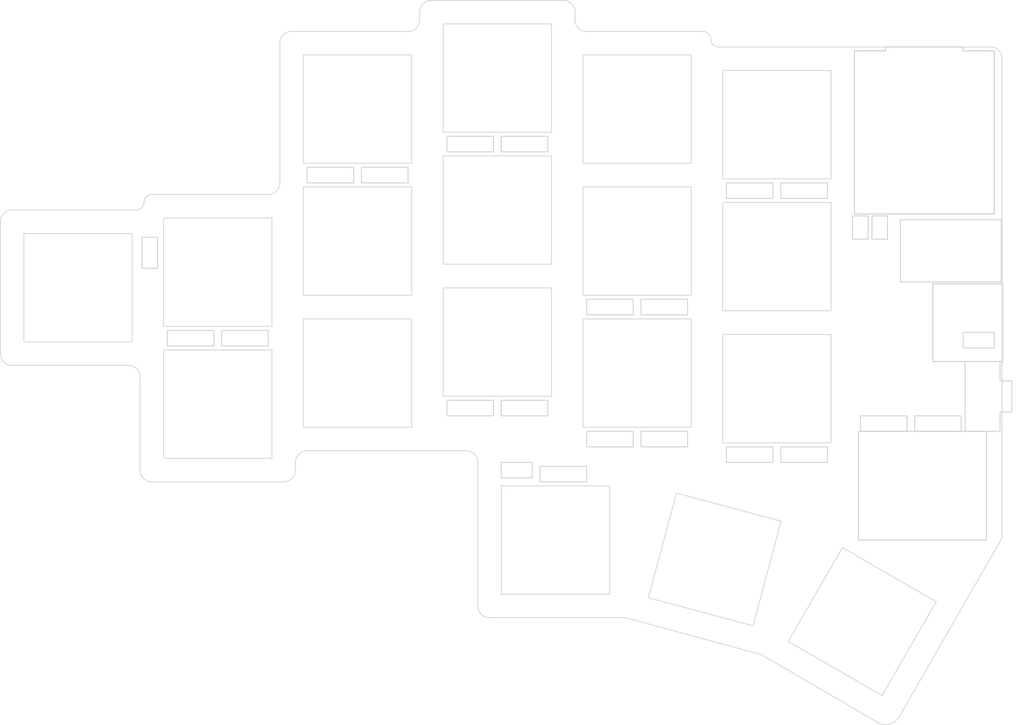
<source format=kicad_pcb>
(kicad_pcb (version 20211014) (generator pcbnew)
  (layers (0 "F.Cu" signal) (31 "B.Cu" signal) (34 "B.Paste" user) (35 "F.Paste" user) (36 "B.SilkS" user "B.Silkscreen") (37 "F.SilkS" user "F.Silkscreen") (38 "B.Mask" user) (39 "F.Mask" user) (44 "Edge.Cuts" user))
  (net 0 "")
  (footprint "picachoc:Cutout_ChocV1" (layer "F.Cu") (at 149.25 66)
    (fp_text reference "SW4")
    (fp_text value "SW_PUSH")
    (fp_rect (start -6.975 -6.975) (end 6.975 6.975) (layer "Edge.Cuts") (width 0.1) (fill none))
  )
  (footprint "picachoc:Cutout_D3_SMD" (layer "F.Cu") (at 98.75 95.5 180)
    (fp_text reference "D6" hide)
    (fp_text value "D_Small" hide)
    (fp_rect (start -3 -1) (end 3 1) (layer "Edge.Cuts") (width 0.12) (fill none))
  )
  (footprint "picachoc:Cutout_D3_SMD" (layer "F.Cu") (at 170.75 110.5 180)
    (fp_text reference "D18" hide)
    (fp_text value "D_Small" hide)
    (fp_rect (start -3 -1) (end 3 1) (layer "Edge.Cuts") (width 0.12) (fill none))
  )
  (footprint "picachoc:Cutout_D3_SMD" (layer "F.Cu") (at 152.75 108.5 180)
    (fp_text reference "D14" hide)
    (fp_text value "D_Small" hide)
    (fp_rect (start -3 -1) (end 3 1) (layer "Edge.Cuts") (width 0.12) (fill none))
  )
  (footprint "picachoc:Cutout_JST_PH_S2B-PH-K_1x02_P2.00mm" (layer "F.Cu") (at 194.25 95.75 180)
    (fp_text reference "BATTCONN3" hide)
    (fp_text value "Conn_01x02_Female" hide)
    (fp_rect (start -1 -1) (end 3 1) (layer "Edge.Cuts") (width 0.12) (fill none))
  )
  (footprint "picachoc:Cutout_xiao" (layer "F.Cu") (at 186.25 69)
    (fp_text reference "U2" hide)
    (fp_text value "xiao-ble" hide)
    (fp_line (start 9 10.5) (end 9 -10.5) (layer "Edge.Cuts") (width 0.12))
    (fp_line (start -9 10.5) (end 9 10.5) (layer "Edge.Cuts") (width 0.12))
    (fp_line (start 5 -10.5) (end 5 -11) (layer "Edge.Cuts") (width 0.12))
    (fp_line (start 5 -11) (end -5 -11) (layer "Edge.Cuts") (width 0.12))
    (fp_line (start -5 -10.5) (end -9 -10.5) (layer "Edge.Cuts") (width 0.12))
    (fp_line (start -9 -10.5) (end -9 10.5) (layer "Edge.Cuts") (width 0.12))
    (fp_line (start -5 -11) (end -5 -10.5) (layer "Edge.Cuts") (width 0.12))
    (fp_line (start 9 -10.5) (end 5 -10.5) (layer "Edge.Cuts") (width 0.12))
  )
  (footprint "picachoc:Cutout_SW_SPDT_PCM12" (layer "F.Cu") (at 194 103 90)
    (fp_text reference "BATTSW1")
    (fp_text value "SW_SPDT")
    (fp_line (start 4.5 2) (end 4.5 -2.5) (layer "Edge.Cuts") (width 0.12))
    (fp_line (start -2 2) (end -2 3.5) (layer "Edge.Cuts") (width 0.12))
    (fp_line (start -4.5 -2.5) (end -4.5 2) (layer "Edge.Cuts") (width 0.12))
    (fp_line (start 2 2) (end 4.5 2) (layer "Edge.Cuts") (width 0.12))
    (fp_line (start 4.5 -2.5) (end -4.5 -2.5) (layer "Edge.Cuts") (width 0.12))
    (fp_line (start -4.5 2) (end -2 2) (layer "Edge.Cuts") (width 0.12))
    (fp_line (start -2 3.5) (end 2 3.5) (layer "Edge.Cuts") (width 0.12))
    (fp_line (start 2 3.5) (end 2 2) (layer "Edge.Cuts") (width 0.12))
  )
  (footprint "picachoc:Cutout_ChocV1" (layer "F.Cu") (at 149.25 83)
    (fp_text reference "SW9")
    (fp_text value "SW_PUSH")
    (fp_rect (start -6.975 -6.975) (end 6.975 6.975) (layer "Edge.Cuts") (width 0.1) (fill none))
  )
  (footprint "picachoc:Cutout_ChocV1" (layer "F.Cu") (at 167.25 102)
    (fp_text reference "SW15")
    (fp_text value "SW_PUSH")
    (fp_rect (start -6.975 -6.975) (end 6.975 6.975) (layer "Edge.Cuts") (width 0.1) (fill none))
  )
  (footprint "picachoc:Cutout_D3_SMD" (layer "F.Cu") (at 109.75 74.5 180)
    (fp_text reference "D2" hide)
    (fp_text value "D_Small" hide)
    (fp_rect (start -3 -1) (end 3 1) (layer "Edge.Cuts") (width 0.12) (fill none))
  )
  (footprint "picachoc:Cutout_JST_PH_S2B-PH-K_1x02_P2.00mm" (layer "F.Cu") (at 86.5 85.5 90)
    (fp_text reference "BATTCONN2" hide)
    (fp_text value "Conn_01x02_Female" hide)
    (fp_rect (start -1 -1) (end 3 1) (layer "Edge.Cuts") (width 0.12) (fill none))
  )
  (footprint "picachoc:Cutout_D3_SMD" (layer "F.Cu") (at 163.75 76.5 180)
    (fp_text reference "D4" hide)
    (fp_text value "D_Small" hide)
    (fp_rect (start -3 -1) (end 3 1) (layer "Edge.Cuts") (width 0.12) (fill none))
  )
  (footprint "picachoc:Cutout_ChocV1" (layer "F.Cu") (at 149.25 100)
    (fp_text reference "SW14")
    (fp_text value "SW_PUSH")
    (fp_rect (start -6.975 -6.975) (end 6.975 6.975) (layer "Edge.Cuts") (width 0.1) (fill none))
  )
  (footprint "picachoc:Cutout_TypeC" (layer "F.Cu") (at 196.335 93.5 90)
    (fp_text reference "USB1")
    (fp_text value "HRO-TYPE-C-31-M-12" hide)
    (fp_rect (start -5 -9) (end 5 0) (layer "Edge.Cuts") (width 0.12) (fill none))
  )
  (footprint "picachoc:Cutout_EC11" (layer "F.Cu") (at 186.25 114.5)
    (fp_text reference "RE1")
    (fp_text value "RotaryEncoder_Switch")
    (fp_rect (start -8.5 -7) (end 8 7) (layer "Edge.Cuts") (width 0.12) (fill none))
  )
  (footprint "picachoc:Cutout_ChocV1" (layer "F.Cu") (at 95.25 104)
    (fp_text reference "SW11")
    (fp_text value "SW_PUSH")
    (fp_rect (start -6.975 -6.975) (end 6.975 6.975) (layer "Edge.Cuts") (width 0.1) (fill none))
  )
  (footprint "picachoc:Cutout_D3_SMD" (layer "F.Cu") (at 127.75 70.5 180)
    (fp_text reference "D3" hide)
    (fp_text value "D_Small" hide)
    (fp_rect (start -3 -1) (end 3 1) (layer "Edge.Cuts") (width 0.12) (fill none))
  )
  (footprint "picachoc:Cutout_ChocV1" (layer "F.Cu") (at 95.25 87)
    (fp_text reference "SW6")
    (fp_text value "SW_PUSH")
    (fp_rect (start -6.975 -6.975) (end 6.975 6.975) (layer "Edge.Cuts") (width 0.1) (fill none))
  )
  (footprint "picachoc:Cutout_ChocV1" (layer "F.Cu") (at 113.25 66)
    (fp_text reference "SW2")
    (fp_text value "SW_PUSH")
    (fp_rect (start -6.975 -6.975) (end 6.975 6.975) (layer "Edge.Cuts") (width 0.1) (fill none))
  )
  (footprint "picachoc:Cutout_ChocV1" (layer "F.Cu") (at 138.75 121.5)
    (fp_text reference "SW16")
    (fp_text value "SW_PUSH")
    (fp_rect (start -6.975 -6.975) (end 6.975 6.975) (layer "Edge.Cuts") (width 0.1) (fill none))
  )
  (footprint "picachoc:Cutout_D3_SMD" (layer "F.Cu") (at 170.75 76.5 180)
    (fp_text reference "D5" hide)
    (fp_text value "D_Small" hide)
    (fp_rect (start -3 -1) (end 3 1) (layer "Edge.Cuts") (width 0.12) (fill none))
  )
  (footprint "picachoc:Cutout_ChocV1" (layer "F.Cu") (at 77.25 89)
    (fp_text reference "SW1")
    (fp_text value "SW_PUSH")
    (fp_rect (start -6.975 -6.975) (end 6.975 6.975) (layer "Edge.Cuts") (width 0.1) (fill none))
  )
  (footprint "picachoc:Cutout_D3_SMD" (layer "F.Cu") (at 116.75 74.5 180)
    (fp_text reference "D7" hide)
    (fp_text value "D_Small" hide)
    (fp_rect (start -3 -1) (end 3 1) (layer "Edge.Cuts") (width 0.12) (fill none))
  )
  (footprint "picachoc:Cutout_D3_SMD" (layer "F.Cu") (at 139.75 113 180)
    (fp_text reference "D16" hide)
    (fp_text value "D_Small" hide)
    (fp_rect (start -3 -1) (end 3 1) (layer "Edge.Cuts") (width 0.12) (fill none))
  )
  (footprint "picachoc:Cutout_D3_SMD" (layer "F.Cu") (at 181 106.5 180)
    (fp_text reference "D15" hide)
    (fp_text value "D_Small" hide)
    (fp_rect (start -3 -1) (end 3 1) (layer "Edge.Cuts") (width 0.12) (fill none))
  )
  (footprint "picachoc:Cutout_D3_SMD" (layer "F.Cu") (at 134.75 104.5 180)
    (fp_text reference "D12" hide)
    (fp_text value "D_Small" hide)
    (fp_rect (start -3 -1) (end 3 1) (layer "Edge.Cuts") (width 0.12) (fill none))
  )
  (footprint "picachoc:Cutout_TRRS" (layer "F.Cu") (at 196.15 84.25 -90)
    (fp_text reference "J1")
    (fp_text value "Cutout_TRRS" hide)
    (fp_rect (start -4 0) (end 4 13) (layer "Edge.Cuts") (width 0.12) (fill none))
  )
  (footprint "picachoc:Cutout_ChocV1" (layer "F.Cu") (at 131.25 62)
    (fp_text reference "SW3")
    (fp_text value "SW_PUSH")
    (fp_rect (start -6.975 -6.975) (end 6.975 6.975) (layer "Edge.Cuts") (width 0.1) (fill none))
  )
  (footprint "picachoc:Cutout_ChocV1" (layer "F.Cu") (at 113.25 83)
    (fp_text reference "SW7")
    (fp_text value "SW_PUSH")
    (fp_rect (start -6.975 -6.975) (end 6.975 6.975) (layer "Edge.Cuts") (width 0.1) (fill none))
  )
  (footprint "picachoc:Cutout_D3_SMD" (layer "F.Cu") (at 134.75 70.5 180)
    (fp_text reference "D8" hide)
    (fp_text value "D_Small" hide)
    (fp_rect (start -3 -1) (end 3 1) (layer "Edge.Cuts") (width 0.12) (fill none))
  )
  (footprint "picachoc:Cutout_ChocV1" (layer "F.Cu") (at 159.25 124 -15)
    (fp_text reference "SW17")
    (fp_text value "SW_PUSH")
    (fp_rect (start -6.975 -6.975) (end 6.975 6.975) (layer "Edge.Cuts") (width 0.1) (fill none))
  )
  (footprint "picachoc:Cutout_D3_SMD" (layer "F.Cu") (at 163.75 110.5 180)
    (fp_text reference "D17" hide)
    (fp_text value "D_Small" hide)
    (fp_rect (start -3 -1) (end 3 1) (layer "Edge.Cuts") (width 0.12) (fill none))
  )
  (footprint "picachoc:Cutout_ChocV1" (layer "F.Cu") (at 167.25 68)
    (fp_text reference "SW5")
    (fp_text value "SW_PUSH")
    (fp_rect (start -6.975 -6.975) (end 6.975 6.975) (layer "Edge.Cuts") (width 0.1) (fill none))
  )
  (footprint "picachoc:Cutout_D3_SMD" (layer "F.Cu") (at 145.75 91.5 180)
    (fp_text reference "D9" hide)
    (fp_text value "D_Small" hide)
    (fp_rect (start -3 -1) (end 3 1) (layer "Edge.Cuts") (width 0.12) (fill none))
  )
  (footprint "picachoc:Cutout_D3_SMD" (layer "F.Cu") (at 127.75 104.5 180)
    (fp_text reference "D11" hide)
    (fp_text value "D_Small" hide)
    (fp_rect (start -3 -1) (end 3 1) (layer "Edge.Cuts") (width 0.12) (fill none))
  )
  (footprint "picachoc:Cutout_D3_SMD" (layer "F.Cu") (at 145.75 108.5 180)
    (fp_text reference "D13" hide)
    (fp_text value "D_Small" hide)
    (fp_rect (start -3 -1) (end 3 1) (layer "Edge.Cuts") (width 0.12) (fill none))
  )
  (footprint "picachoc:Cutout_ChocV1" (layer "F.Cu") (at 113.25 100)
    (fp_text reference "SW12")
    (fp_text value "SW_PUSH")
    (fp_rect (start -6.975 -6.975) (end 6.975 6.975) (layer "Edge.Cuts") (width 0.1) (fill none))
  )
  (footprint "picachoc:Cutout_ChocV1" (layer "F.Cu") (at 131.25 96)
    (fp_text reference "SW13")
    (fp_text value "SW_PUSH")
    (fp_rect (start -6.975 -6.975) (end 6.975 6.975) (layer "Edge.Cuts") (width 0.1) (fill none))
  )
  (footprint "picachoc:Cutout_ChocV1" (layer "F.Cu") (at 178.25 132 -30)
    (fp_text reference "SW18")
    (fp_text value "SW_PUSH")
    (fp_rect (start -6.975 -6.975) (end 6.975 6.975) (layer "Edge.Cuts") (width 0.1) (fill none))
  )
  (footprint "picachoc:Cutout_D3_SMD" (layer "F.Cu") (at 188 106.5 180)
    (fp_text reference "D19" hide)
    (fp_text value "D_Small" hide)
    (fp_rect (start -3 -1) (end 3 1) (layer "Edge.Cuts") (width 0.12) (fill none))
  )
  (footprint "picachoc:Cutout_D3_SMD" (layer "F.Cu") (at 152.75 91.5 180)
    (fp_text reference "D10" hide)
    (fp_text value "D_Small" hide)
    (fp_rect (start -3 -1) (end 3 1) (layer "Edge.Cuts") (width 0.12) (fill none))
  )
  (footprint "picachoc:Cutout_ChocV1" (layer "F.Cu") (at 131.25 79)
    (fp_text reference "SW8")
    (fp_text value "SW_PUSH")
    (fp_rect (start -6.975 -6.975) (end 6.975 6.975) (layer "Edge.Cuts") (width 0.1) (fill none))
  )
  (footprint "picachoc:Cutout_ChocV1" (layer "F.Cu") (at 167.25 85)
    (fp_text reference "SW10")
    (fp_text value "SW_PUSH")
    (fp_rect (start -6.975 -6.975) (end 6.975 6.975) (layer "Edge.Cuts") (width 0.1) (fill none))
  )
  (footprint "picachoc:Cutout_D3_SMD" (layer "F.Cu") (at 91.75 95.5 180)
    (fp_text reference "D1" hide)
    (fp_text value "D_Small" hide)
    (fp_rect (start -3 -1) (end 3 1) (layer "Edge.Cuts") (width 0.12) (fill none))
  )
  (footprint "picachoc:Cutout_JST_PH_S2B-PH-K_1x02_P2.00mm" (layer "F.Cu") (at 134.75 112.5 180)
    (fp_text reference "BATTCONN1" hide)
    (fp_text value "Conn_01x02_Female" hide)
    (fp_rect (start -1 -1) (end 3 1) (layer "Edge.Cuts") (width 0.12) (fill none))
  )
  (footprint "picachoc:Cutout_xiao" (layer "B.Cu") (at 186.25 69 180)
    (fp_text reference "U1" hide)
    (fp_text value "xiao-ble" hide)
    (fp_line (start -5 11) (end -5 10.5) (layer "Edge.Cuts") (width 0.12))
    (fp_line (start -5 10.5) (end -9 10.5) (layer "Edge.Cuts") (width 0.12))
    (fp_line (start 9 -10.5) (end 9 10.5) (layer "Edge.Cuts") (width 0.12))
    (fp_line (start 5 11) (end -5 11) (layer "Edge.Cuts") (width 0.12))
    (fp_line (start -9 10.5) (end -9 -10.5) (layer "Edge.Cuts") (width 0.12))
    (fp_line (start -9 -10.5) (end 9 -10.5) (layer "Edge.Cuts") (width 0.12))
    (fp_line (start 5 10.5) (end 5 11) (layer "Edge.Cuts") (width 0.12))
    (fp_line (start 9 10.5) (end 5 10.5) (layer "Edge.Cuts") (width 0.12))
  )
  (footprint "picachoc:Cutout_TypeC" (layer "B.Cu") (at 196.335 93.5 -90)
    (fp_text reference "USB2")
    (fp_text value "HRO-TYPE-C-31-M-12" hide)
    (fp_rect (start -5 9) (end 5 0) (layer "Edge.Cuts") (width 0.12) (fill none))
  )
  (footprint "picachoc:Cutout_SolderJumper-2_P1.3mm_Open_TrianglePad1.0x1.5mm" (layer "B.Cu") (at 178 81.25 -90)
    (fp_text reference "JP1")
    (fp_text value "SolderJumper_2_Open")
    (fp_rect (start -1.5 1) (end 1.5 -1) (layer "Edge.Cuts") (width 0.12) (fill none))
  )
  (footprint "picachoc:Cutout_SolderJumper-2_P1.3mm_Open_TrianglePad1.0x1.5mm" (layer "B.Cu") (at 180.5 81.25 90)
    (fp_text reference "JP2")
    (fp_text value "SolderJumper_2_Open")
    (fp_rect (start -1.5 1) (end 1.5 -1) (layer "Edge.Cuts") (width 0.12) (fill none))
  )
  (gr_line (start 196.25 59.5) (end 196.25 121.25) (layer "Edge.Cuts") (width 0.1))
  (gr_line (start 67.25 80.5) (end 67.25 97.5) (layer "Edge.Cuts") (width 0.1))
  (gr_line (start 147.75 131.5) (end 165.25 136.25) (layer "Edge.Cuts") (width 0.1))
  (gr_line (start 105.25 111.5) (end 105.25 112.5) (layer "Edge.Cuts") (width 0.1))
  (gr_line (start 86.75 114) (end 102.75 114) (layer "Edge.Cuts") (width 0.1))
  (gr_arc (start 157.75 56) (mid 158.457107 56.292893) (end 158.75 57) (layer "Edge.Cuts") (width 0.1))
  (gr_arc (start 127.25 110) (mid 128.31066 110.43934) (end 128.75 111.5) (layer "Edge.Cuts") (width 0.1))
  (gr_line (start 165.25 136.25) (end 180.25 145) (layer "Edge.Cuts") (width 0.1))
  (gr_line (start 128.75 130) (end 128.75 111.5) (layer "Edge.Cuts") (width 0.1))
  (gr_arc (start 86.75 114) (mid 85.68934 113.56066) (end 85.25 112.5) (layer "Edge.Cuts") (width 0.1))
  (gr_arc (start 105.25 111.5) (mid 105.68934 110.43934) (end 106.75 110) (layer "Edge.Cuts") (width 0.1))
  (gr_arc (start 103.25 57.5) (mid 103.68934 56.43934) (end 104.75 56) (layer "Edge.Cuts") (width 0.1))
  (gr_line (start 121.25 53.5) (end 121.25 54.5) (layer "Edge.Cuts") (width 0.1))
  (gr_arc (start 159.75 58) (mid 159.042893 57.707107) (end 158.75 57) (layer "Edge.Cuts") (width 0.1))
  (gr_arc (start 67.25 80.5) (mid 67.68934 79.43934) (end 68.75 79) (layer "Edge.Cuts") (width 0.1))
  (gr_arc (start 183 144.25) (mid 181.78033 145.194544) (end 180.25 145) (layer "Edge.Cuts") (width 0.1))
  (gr_arc (start 139.75 52) (mid 140.81066 52.43934) (end 141.25 53.5) (layer "Edge.Cuts") (width 0.1))
  (gr_arc (start 130.25 131.5) (mid 129.18934 131.06066) (end 128.75 130) (layer "Edge.Cuts") (width 0.1))
  (gr_arc (start 85.75 78) (mid 85.457107 78.707107) (end 84.75 79) (layer "Edge.Cuts") (width 0.1))
  (gr_arc (start 103.25 75.5) (mid 102.81066 76.56066) (end 101.75 77) (layer "Edge.Cuts") (width 0.1))
  (gr_arc (start 121.25 53.5) (mid 121.68934 52.43934) (end 122.75 52) (layer "Edge.Cuts") (width 0.1))
  (gr_arc (start 83.75 99) (mid 84.81066 99.43934) (end 85.25 100.5) (layer "Edge.Cuts") (width 0.1))
  (gr_line (start 85.25 100.5) (end 85.25 112.5) (layer "Edge.Cuts") (width 0.1))
  (gr_arc (start 68.75 99) (mid 67.68934 98.56066) (end 67.25 97.5) (layer "Edge.Cuts") (width 0.1))
  (gr_line (start 141.25 53.5) (end 141.25 54.5) (layer "Edge.Cuts") (width 0.1))
  (gr_line (start 101.75 77) (end 86.75 77) (layer "Edge.Cuts") (width 0.1))
  (gr_line (start 68.75 99) (end 83.75 99) (layer "Edge.Cuts") (width 0.1))
  (gr_arc (start 105.25 112.5) (mid 104.81066 113.56066) (end 103.75 114) (layer "Edge.Cuts") (width 0.1))
  (gr_line (start 106.75 110) (end 127.25 110) (layer "Edge.Cuts") (width 0.1))
  (gr_line (start 119.75 56) (end 104.75 56) (layer "Edge.Cuts") (width 0.1))
  (gr_line (start 68.75 79) (end 84.75 79) (layer "Edge.Cuts") (width 0.1))
  (gr_line (start 142.75 56) (end 157.75 56) (layer "Edge.Cuts") (width 0.1))
  (gr_line (start 122.75 52) (end 139.75 52) (layer "Edge.Cuts") (width 0.1))
  (gr_arc (start 85.75 78) (mid 86.042893 77.292893) (end 86.75 77) (layer "Edge.Cuts") (width 0.1))
  (gr_line (start 102.75 114) (end 103.75 114) (layer "Edge.Cuts") (width 0.1))
  (gr_line (start 183 144.25) (end 196.25 121.25) (layer "Edge.Cuts") (width 0.1))
  (gr_arc (start 194.75 58) (mid 195.81066 58.43934) (end 196.25 59.5) (layer "Edge.Cuts") (width 0.1))
  (gr_line (start 159.75 58) (end 194.75 58) (layer "Edge.Cuts") (width 0.1))
  (gr_arc (start 121.25 54.5) (mid 120.81066 55.56066) (end 119.75 56) (layer "Edge.Cuts") (width 0.1))
  (gr_line (start 103.25 57.5) (end 103.25 75.5) (layer "Edge.Cuts") (width 0.1))
  (gr_line (start 130.25 131.5) (end 147.75 131.5) (layer "Edge.Cuts") (width 0.1))
  (gr_arc (start 142.75 56) (mid 141.68934 55.56066) (end 141.25 54.5) (layer "Edge.Cuts") (width 0.1))
)
</source>
